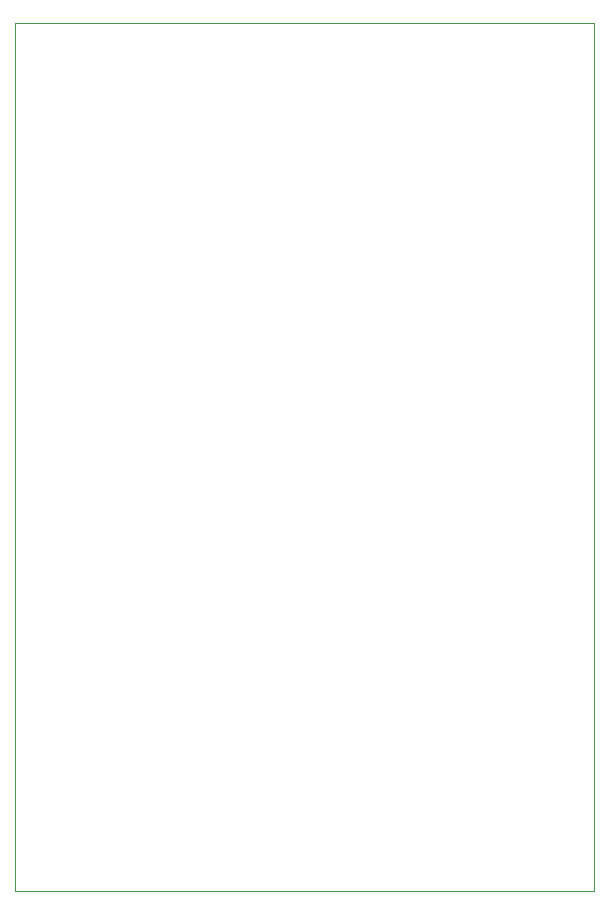
<source format=gbr>
%TF.GenerationSoftware,KiCad,Pcbnew,6.0.8-1.fc36*%
%TF.CreationDate,2022-11-03T20:53:56+01:00*%
%TF.ProjectId,breakout board,62726561-6b6f-4757-9420-626f6172642e,rev?*%
%TF.SameCoordinates,Original*%
%TF.FileFunction,Profile,NP*%
%FSLAX46Y46*%
G04 Gerber Fmt 4.6, Leading zero omitted, Abs format (unit mm)*
G04 Created by KiCad (PCBNEW 6.0.8-1.fc36) date 2022-11-03 20:53:56*
%MOMM*%
%LPD*%
G01*
G04 APERTURE LIST*
%TA.AperFunction,Profile*%
%ADD10C,0.100000*%
%TD*%
G04 APERTURE END LIST*
D10*
X93000000Y-40000000D02*
X142000000Y-40000000D01*
X142000000Y-40000000D02*
X142000000Y-113500000D01*
X142000000Y-113500000D02*
X93000000Y-113500000D01*
X93000000Y-113500000D02*
X93000000Y-40000000D01*
M02*

</source>
